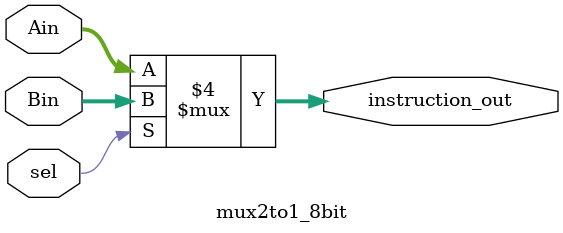
<source format=v>

module mux2to1_8bit(Ain,Bin,sel,instruction_out);
	input wire [7:0] Ain, Bin;
	input wire sel;
	output reg [7:0] instruction_out;
	
	always @ (Ain or Bin or sel)
		if (sel == 1'b0)
			instruction_out = Ain;
		else
			instruction_out = Bin;
endmodule

</source>
